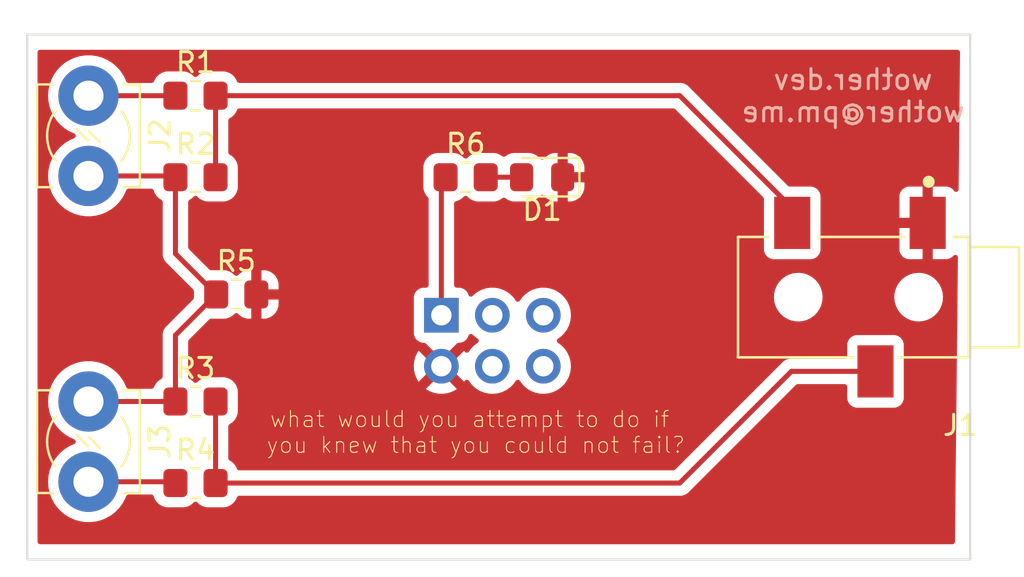
<source format=kicad_pcb>
(kicad_pcb (version 20211014) (generator pcbnew)
  (layers (0 "F.Cu" signal) (31 "B.Cu" signal) (34 "B.Paste" user) (35 "F.Paste" user) (36 "B.SilkS" user "B.Silkscreen") (37 "F.SilkS" user "F.Silkscreen") (38 "B.Mask" user) (39 "F.Mask" user) (44 "Edge.Cuts" user))
  (net 0 "")
  (net 1 "GND")
  (net 2 "Net-(R1-Pad2)")
  (net 3 "Net-(R3-Pad2)")
  (net 4 "Net-(D1-Pad2)")
  (net 5 "Net-(R1-Pad1)")
  (net 6 "Net-(R2-Pad1)")
  (net 7 "Net-(R4-Pad1)")
  (net 8 "+3V3")
  (footprint "SJ2-35813A-SMT-TR:CUI_SJ2-35813A-SMT-TR" (layer "F.Cu") (at 109.24 68.4595 180)
    (fp_text reference "J1" (at -5.32826 -6.38892) (layer "F.SilkS") (effects (font (size 1.000614 1.000614))))
    (fp_text value "SJ2-35813A-SMT-TR")
    (fp_line (start 5.75 3) (end 4.25 3) (layer "F.SilkS") (width 0.127))
    (fp_line (start -5.75 3) (end -5.75 2.5) (layer "F.SilkS") (width 0.127))
    (fp_line (start -8.25 -2.5) (end -8.25 2.5) (layer "F.SilkS") (width 0.127))
    (fp_line (start -5.75 -3) (end -2.25 -3) (layer "F.SilkS") (width 0.127))
    (fp_line (start -5.75 -2.5) (end -8.25 -2.5) (layer "F.SilkS") (width 0.127))
    (fp_line (start 0 -3) (end 5.75 -3) (layer "F.SilkS") (width 0.127))
    (fp_line (start 1.75 3) (end -2.5 3) (layer "F.SilkS") (width 0.127))
    (fp_line (start -5 3) (end -5.75 3) (layer "F.SilkS") (width 0.127))
    (fp_line (start -5.75 2.5) (end -5.75 -3) (layer "F.SilkS") (width 0.127))
    (fp_line (start -8.25 2.5) (end -5.75 2.5) (layer "F.SilkS") (width 0.127))
    (fp_line (start 5.75 -3) (end 5.75 3) (layer "F.SilkS") (width 0.127))
    (fp_circle (center -3.75 5.75) (end -3.6 5.75) (layer "F.SilkS") (width 0.3) (fill none))
    (pad "" np_thru_hole circle locked (at -3.25 0 180) (size 1.4 1.4) (drill 1.4) (layers *.Cu *.Mask))
    (pad "" np_thru_hole circle locked (at 2.75 0 180) (size 1.4 1.4) (drill 1.4) (layers *.Cu *.Mask))
    (pad "1" smd rect locked (at -3.7 3.7 180) (size 1.8 2.6) (layers "F.Cu" "F.Paste" "F.Mask") (net 1 "GND"))
    (pad "2" smd rect locked (at 3.05 3.7 180) (size 1.8 2.6) (layers "F.Cu" "F.Paste" "F.Mask") (net 2 "Net-(R1-Pad2)"))
    (pad "3" smd rect locked (at -1.1 -3.7 180) (size 1.8 2.6) (layers "F.Cu" "F.Paste" "F.Mask") (net 3 "Net-(R3-Pad2)"))
  )
  (footprint "Simple_Addon_v2:Simple_Addon_v2-SAO-2x3" (layer "F.Cu") (at 91.186 70.612)
    (fp_text reference "X1" hide)
    (fp_text value "Simple_Addon_v2" hide)
    (pad "1" thru_hole rect (at -2.48 -1.25 270) (size 1.7272 1.7272) (drill 1.016) (layers *.Cu *.Mask) (net 8 "+3V3"))
    (pad "2" thru_hole circle (at -2.48 1.29 270) (size 1.7272 1.7272) (drill 1.016) (layers *.Cu *.Mask) (net 1 "GND"))
    (pad "3" thru_hole oval (at 0.06 -1.25 270) (size 1.7272 1.7272) (drill 1.016) (layers *.Cu *.Mask))
    (pad "4" thru_hole oval (at 0.06 1.29 270) (size 1.7272 1.7272) (drill 1.016) (layers *.Cu *.Mask))
    (pad "5" thru_hole circle (at 2.6 -1.25 270) (size 1.7272 1.7272) (drill 1.016) (layers *.Cu *.Mask))
    (pad "6" thru_hole circle (at 2.6 1.29 270) (size 1.7272 1.7272) (drill 1.016) (layers *.Cu *.Mask))
  )
  (footprint "Resistor_SMD:R_0805_2012Metric_Pad1.20x1.40mm_HandSolder" (layer "F.Cu") (at 89.916 62.484)
    (fp_text reference "R6" (at 0 -1.65) (layer "F.SilkS"))
    (fp_text value "1000")
    (fp_line (start -0.227064 0.735) (end 0.227064 0.735) (layer "F.SilkS") (width 0.12))
    (fp_line (start -0.227064 -0.735) (end 0.227064 -0.735) (layer "F.SilkS") (width 0.12))
    (pad "1" smd roundrect (at -1 0) (size 1.2 1.4) (layers "F.Cu" "F.Paste" "F.Mask") (roundrect_rratio 0.2083333333) (net 8 "+3V3"))
    (pad "2" smd roundrect (at 1 0) (size 1.2 1.4) (layers "F.Cu" "F.Paste" "F.Mask") (roundrect_rratio 0.2083333333) (net 4 "Net-(D1-Pad2)"))
  )
  (footprint "Resistor_SMD:R_0805_2012Metric_Pad1.20x1.40mm_HandSolder" (layer "F.Cu") (at 76.454 77.724)
    (fp_text reference "R4" (at 0 -1.65) (layer "F.SilkS"))
    (fp_text value "5")
    (fp_line (start -0.227064 -0.735) (end 0.227064 -0.735) (layer "F.SilkS") (width 0.12))
    (fp_line (start -0.227064 0.735) (end 0.227064 0.735) (layer "F.SilkS") (width 0.12))
    (pad "1" smd roundrect (at -1 0) (size 1.2 1.4) (layers "F.Cu" "F.Paste" "F.Mask") (roundrect_rratio 0.2083333333) (net 7 "Net-(R4-Pad1)"))
    (pad "2" smd roundrect (at 1 0) (size 1.2 1.4) (layers "F.Cu" "F.Paste" "F.Mask") (roundrect_rratio 0.2083333333) (net 3 "Net-(R3-Pad2)"))
  )
  (footprint "LED_SMD:LED_0805_2012Metric_Pad1.15x1.40mm_HandSolder" (layer "F.Cu") (at 93.726 62.484 180)
    (fp_text reference "D1" (at 0 -1.65) (layer "F.SilkS"))
    (fp_text value "LED")
    (fp_line (start -1.86 -0.96) (end -1.86 0.96) (layer "F.SilkS") (width 0.12))
    (fp_line (start 1 -0.96) (end -1.86 -0.96) (layer "F.SilkS") (width 0.12))
    (fp_line (start -1.86 0.96) (end 1 0.96) (layer "F.SilkS") (width 0.12))
    (pad "1" smd roundrect (at -1.025 0 180) (size 1.15 1.4) (layers "F.Cu" "F.Paste" "F.Mask") (roundrect_rratio 0.2173913043) (net 1 "GND"))
    (pad "2" smd roundrect (at 1.025 0 180) (size 1.15 1.4) (layers "F.Cu" "F.Paste" "F.Mask") (roundrect_rratio 0.2173913043) (net 4 "Net-(D1-Pad2)"))
  )
  (footprint "TerminalBlock_MetzConnect:TerminalBlock_MetzConnect_360381_1x01_Horizontal_ScrewM3.0" (layer "F.Cu") (at 71.12 73.66 -90)
    (fp_text reference "J3" (at 2 -3.56 90) (layer "F.SilkS"))
    (fp_text value "Conn_01x02_Male")
    (fp_line (start -0.56 2.56) (end 4.56 2.56) (layer "F.SilkS") (width 0.12))
    (fp_line (start 1.68 0.571) (end 1.68 0.571) (layer "F.SilkS") (width 0.12))
    (fp_line (start 4.56 1.755) (end 4.56 2.56) (layer "F.SilkS") (width 0.12))
    (fp_line (start 2.32 -0.572) (end 2.32 -0.572) (layer "F.SilkS") (width 0.12))
    (fp_line (start -0.56 -2.56) (end -0.56 -1.755) (layer "F.SilkS") (width 0.12))
    (fp_line (start 4.56 -2.56) (end 4.56 -1.755) (layer "F.SilkS") (width 0.12))
    (fp_line (start 2.291 -0.543) (end 1.759 -0.011) (layer "F.SilkS") (width 0.12))
    (fp_line (start -0.56 -2.56) (end 4.56 -2.56) (layer "F.SilkS") (width 0.12))
    (fp_line (start -0.56 1.755) (end -0.56 2.56) (layer "F.SilkS") (width 0.12))
    (fp_line (start 2.241 0.011) (end 1.708 0.543) (layer "F.SilkS") (width 0.12))
    (fp_arc (start 3.239739 1.645189) (mid 2.653648 1.953547) (end 2 2.06) (layer "F.SilkS") (width 0.12))
    (fp_arc (start 2.034842 2.060314) (mid 1.362171 1.959409) (end 0.759 1.645) (layer "F.SilkS") (width 0.12))
    (fp_arc (start 0.759554 -1.645664) (mid 1.999721 -2.060805) (end 3.24 -1.646) (layer "F.SilkS") (width 0.12))
    (pad "1" thru_hole circle (at 4 0 270) (size 3 3) (drill 1.5) (layers *.Cu *.Mask) (net 7 "Net-(R4-Pad1)"))
    (pad "2" thru_hole circle (at 0 0 270) (size 3 3) (drill 1.5) (layers *.Cu *.Mask) (net 6 "Net-(R2-Pad1)"))
  )
  (footprint "TerminalBlock_MetzConnect:TerminalBlock_MetzConnect_360381_1x01_Horizontal_ScrewM3.0" (layer "F.Cu") (at 71.12 58.42 -90)
    (fp_text reference "J2" (at 2 -3.56 90) (layer "F.SilkS"))
    (fp_text value "Conn_01x02_Male")
    (fp_line (start -0.56 2.56) (end 4.56 2.56) (layer "F.SilkS") (width 0.12))
    (fp_line (start -0.56 -2.56) (end -0.56 -1.755) (layer "F.SilkS") (width 0.12))
    (fp_line (start 4.56 -2.56) (end 4.56 -1.755) (layer "F.SilkS") (width 0.12))
    (fp_line (start 4.56 1.755) (end 4.56 2.56) (layer "F.SilkS") (width 0.12))
    (fp_line (start 2.32 -0.572) (end 2.32 -0.572) (layer "F.SilkS") (width 0.12))
    (fp_line (start -0.56 1.755) (end -0.56 2.56) (layer "F.SilkS") (width 0.12))
    (fp_line (start 2.241 0.011) (end 1.708 0.543) (layer "F.SilkS") (width 0.12))
    (fp_line (start 2.291 -0.543) (end 1.759 -0.011) (layer "F.SilkS") (width 0.12))
    (fp_line (start -0.56 -2.56) (end 4.56 -2.56) (layer "F.SilkS") (width 0.12))
    (fp_line (start 1.68 0.571) (end 1.68 0.571) (layer "F.SilkS") (width 0.12))
    (fp_arc (start 0.759554 -1.645664) (mid 1.999721 -2.060805) (end 3.24 -1.646) (layer "F.SilkS") (width 0.12))
    (fp_arc (start 2.034842 2.060314) (mid 1.362171 1.959409) (end 0.759 1.645) (layer "F.SilkS") (width 0.12))
    (fp_arc (start 3.239739 1.645189) (mid 2.653648 1.953547) (end 2 2.06) (layer "F.SilkS") (width 0.12))
    (pad "1" thru_hole circle (at 0 0 270) (size 3 3) (drill 1.5) (layers *.Cu *.Mask) (net 5 "Net-(R1-Pad1)"))
    (pad "2" thru_hole circle (at 4 0 270) (size 3 3) (drill 1.5) (layers *.Cu *.Mask) (net 6 "Net-(R2-Pad1)"))
  )
  (footprint "Resistor_SMD:R_0805_2012Metric_Pad1.20x1.40mm_HandSolder" (layer "F.Cu") (at 76.454 62.484)
    (fp_text reference "R2" (at 0 -1.65) (layer "F.SilkS"))
    (fp_text value "3")
    (fp_line (start -0.227064 0.735) (end 0.227064 0.735) (layer "F.SilkS") (width 0.12))
    (fp_line (start -0.227064 -0.735) (end 0.227064 -0.735) (layer "F.SilkS") (width 0.12))
    (pad "1" smd roundrect (at -1 0) (size 1.2 1.4) (layers "F.Cu" "F.Paste" "F.Mask") (roundrect_rratio 0.2083333333) (net 6 "Net-(R2-Pad1)"))
    (pad "2" smd roundrect (at 1 0) (size 1.2 1.4) (layers "F.Cu" "F.Paste" "F.Mask") (roundrect_rratio 0.2083333333) (net 2 "Net-(R1-Pad2)"))
  )
  (footprint "Resistor_SMD:R_0805_2012Metric_Pad1.20x1.40mm_HandSolder" (layer "F.Cu") (at 78.486 68.326)
    (fp_text reference "R5" (at 0 -1.65) (layer "F.SilkS"))
    (fp_text value "0")
    (fp_line (start -0.227064 0.735) (end 0.227064 0.735) (layer "F.SilkS") (width 0.12))
    (fp_line (start -0.227064 -0.735) (end 0.227064 -0.735) (layer "F.SilkS") (width 0.12))
    (pad "1" smd roundrect (at -1 0) (size 1.2 1.4) (layers "F.Cu" "F.Paste" "F.Mask") (roundrect_rratio 0.2083333333) (net 6 "Net-(R2-Pad1)"))
    (pad "2" smd roundrect (at 1 0) (size 1.2 1.4) (layers "F.Cu" "F.Paste" "F.Mask") (roundrect_rratio 0.2083333333) (net 1 "GND"))
  )
  (footprint "Resistor_SMD:R_0805_2012Metric_Pad1.20x1.40mm_HandSolder" (layer "F.Cu") (at 76.454 73.66)
    (fp_text reference "R3" (at 0 -1.65) (layer "F.SilkS"))
    (fp_text value "3")
    (fp_line (start -0.227064 0.735) (end 0.227064 0.735) (layer "F.SilkS") (width 0.12))
    (fp_line (start -0.227064 -0.735) (end 0.227064 -0.735) (layer "F.SilkS") (width 0.12))
    (pad "1" smd roundrect (at -1 0) (size 1.2 1.4) (layers "F.Cu" "F.Paste" "F.Mask") (roundrect_rratio 0.2083333333) (net 6 "Net-(R2-Pad1)"))
    (pad "2" smd roundrect (at 1 0) (size 1.2 1.4) (layers "F.Cu" "F.Paste" "F.Mask") (roundrect_rratio 0.2083333333) (net 3 "Net-(R3-Pad2)"))
  )
  (footprint "Resistor_SMD:R_0805_2012Metric_Pad1.20x1.40mm_HandSolder" (layer "F.Cu") (at 76.454 58.42)
    (fp_text reference "R1" (at 0 -1.65) (layer "F.SilkS"))
    (fp_text value "5")
    (fp_line (start -0.227064 0.735) (end 0.227064 0.735) (layer "F.SilkS") (width 0.12))
    (fp_line (start -0.227064 -0.735) (end 0.227064 -0.735) (layer "F.SilkS") (width 0.12))
    (pad "1" smd roundrect (at -1 0) (size 1.2 1.4) (layers "F.Cu" "F.Paste" "F.Mask") (roundrect_rratio 0.2083333333) (net 5 "Net-(R1-Pad1)"))
    (pad "2" smd roundrect (at 1 0) (size 1.2 1.4) (layers "F.Cu" "F.Paste" "F.Mask") (roundrect_rratio 0.2083333333) (net 2 "Net-(R1-Pad2)"))
  )
  (gr_rect (start 68.072 55.372) (end 115.062 81.534) (layer "Edge.Cuts") (width 0.1) (fill none))
  (gr_text "wother.dev\nwother@pm.me" (at 109.22 58.42) (layer "B.SilkS") (effects (font (size 1 1)) (justify mirror)))
  (gr_text "what would you attempt to do if \nyou knew that you could not fail?" (at 90.424 75.184) (layer "F.SilkS") (effects (font (size 0.8 0.8) (thickness 0.05))))
  (segment (start 106.19 64.7595) (end 106.19 64.026) (width 0.25) (layer "F.Cu") (net 2))
  (segment (start 106.19 64.026) (end 100.584 58.42) (width 0.25) (layer "F.Cu") (net 2))
  (segment (start 100.584 58.42) (end 77.454 58.42) (width 0.25) (layer "F.Cu") (net 2))
  (segment (start 77.454 62.484) (end 77.454 58.42) (width 0.25) (layer "F.Cu") (net 2))
  (segment (start 77.454 77.724) (end 100.584 77.724) (width 0.25) (layer "F.Cu") (net 3))
  (segment (start 106.1485 72.1595) (end 100.584 77.724) (width 0.25) (layer "F.Cu") (net 3))
  (segment (start 77.454 77.724) (end 77.454 73.66) (width 0.25) (layer "F.Cu") (net 3))
  (segment (start 110.34 72.1595) (end 106.1485 72.1595) (width 0.25) (layer "F.Cu") (net 3))
  (segment (start 90.916 62.484) (end 92.701 62.484) (width 0.25) (layer "F.Cu") (net 4))
  (segment (start 71.12 58.42) (end 75.454 58.42) (width 0.25) (layer "F.Cu") (net 5))
  (segment (start 71.12 62.42) (end 75.39 62.42) (width 0.25) (layer "F.Cu") (net 6))
  (segment (start 75.454 73.66) (end 75.454 70.358) (width 0.25) (layer "F.Cu") (net 6))
  (segment (start 75.454 62.484) (end 75.454 66.294) (width 0.25) (layer "F.Cu") (net 6))
  (segment (start 71.12 73.66) (end 75.454 73.66) (width 0.25) (layer "F.Cu") (net 6))
  (segment (start 75.39 62.42) (end 75.454 62.484) (width 0.25) (layer "F.Cu") (net 6))
  (segment (start 75.454 70.358) (end 77.486 68.326) (width 0.25) (layer "F.Cu") (net 6))
  (segment (start 75.454 66.294) (end 77.486 68.326) (width 0.25) (layer "F.Cu") (net 6))
  (segment (start 75.39 77.66) (end 75.454 77.724) (width 0.25) (layer "F.Cu") (net 7))
  (segment (start 71.12 77.66) (end 75.39 77.66) (width 0.25) (layer "F.Cu") (net 7))
  (segment (start 88.706 62.694) (end 88.706 69.362) (width 0.25) (layer "F.Cu") (net 8))
  (segment (start 88.916 62.484) (end 88.706 62.694) (width 0.25) (layer "F.Cu") (net 8))
  (zone (net 1) (net_name "GND") (layer "F.Cu") (connect_pads (clearance 0.508)) (min_thickness 0.254) (fill yes (thermal_gap 0.508) (thermal_bridge_width 0.508))
    (polygon (pts (xy 114.3 80.772) (xy 68.58 80.772) (xy 68.58 56.134) (xy 114.554 56.134)))
  )
)
</source>
